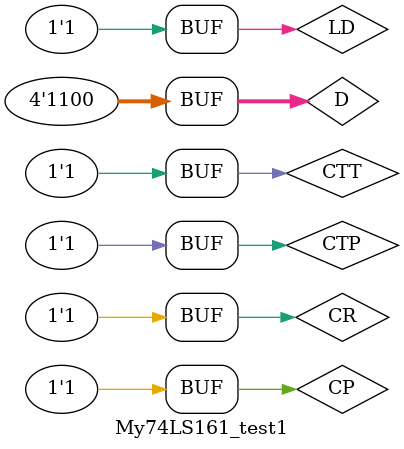
<source format=v>
`timescale 1ns / 1ps
module My74LS161_test1 ();
  reg [3:0] D;
  reg CP, CR, LD, CTT, CTP;
  wire CO;
  wire [3:0] Q;
  My74LS161 test1 (
      .D  (D),
      .CP (CP),
      .CR (CR),
      .LD (LD),
      .CTT(CTT),
      .CTP(CTP),
      .CO (CO),
      .Q  (Q)
  );
  always begin
     CP = 0;
     #20;
     CP = 1;
     #20;
  end
  initial begin
    CR  = 0;
    D   = 0;
    CTP = 0;
    CTT = 0;
    LD  = 0;

    #100;
    CR  = 1;
    LD  = 1;
    D   = 4'b1100;
    CTT = 0;
    CTP = 0;
    #30 CR = 0;
    #20 CR = 1;
    #10 LD = 0;
    #30 CTT = 1;
    CTP = 1;
    #10 LD = 1;

    #510;
    CR = 0;
    #20 CR = 1;
    #500;
  end

endmodule

</source>
